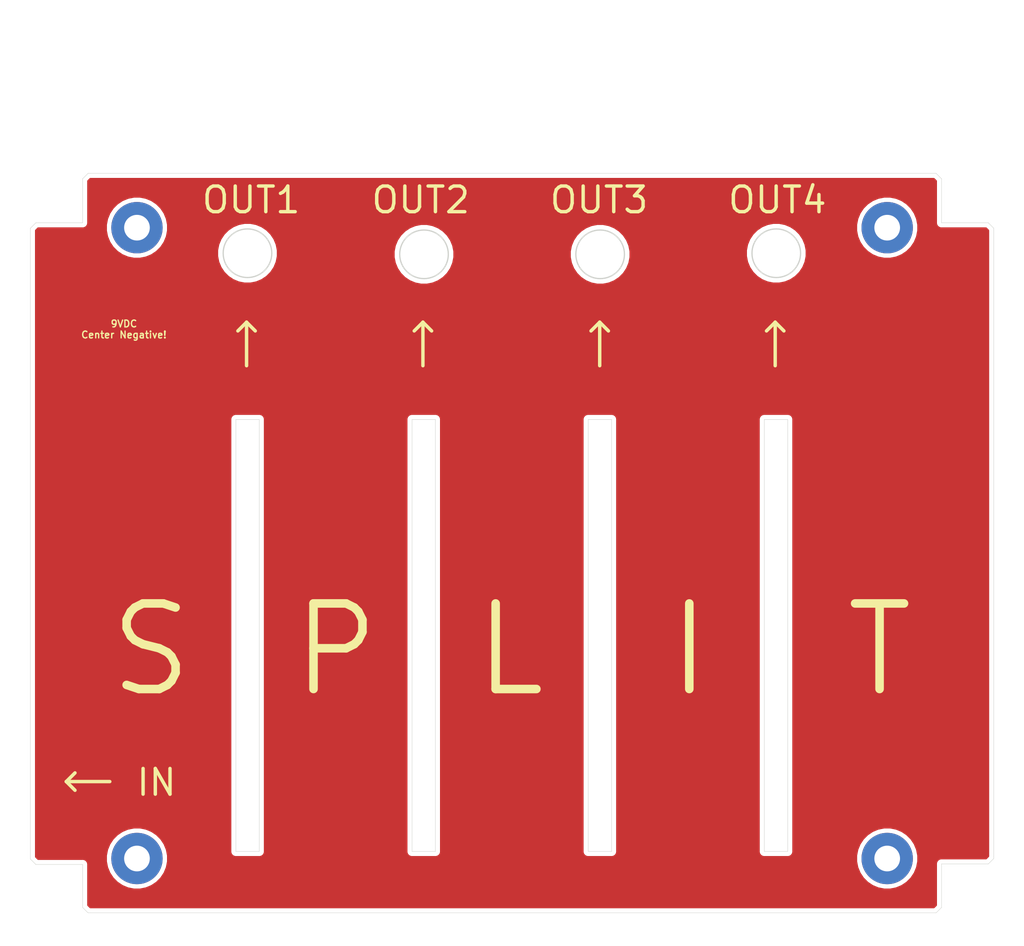
<source format=kicad_pcb>
(kicad_pcb (version 20171130) (host pcbnew 5.1.6-c6e7f7d~87~ubuntu18.04.1)

  (general
    (thickness 1.6)
    (drawings 67)
    (tracks 0)
    (zones 0)
    (modules 5)
    (nets 1)
  )

  (page A4)
  (title_block
    (comment 1 "F.Cu is ground plane!")
  )

  (layers
    (0 F.Cu signal)
    (31 B.Cu signal)
    (32 B.Adhes user)
    (33 F.Adhes user)
    (34 B.Paste user)
    (35 F.Paste user)
    (36 B.SilkS user)
    (37 F.SilkS user)
    (38 B.Mask user)
    (39 F.Mask user)
    (40 Dwgs.User user)
    (41 Cmts.User user)
    (42 Eco1.User user)
    (43 Eco2.User user)
    (44 Edge.Cuts user)
    (45 Margin user)
    (46 B.CrtYd user)
    (47 F.CrtYd user)
    (48 B.Fab user hide)
    (49 F.Fab user hide)
  )

  (setup
    (last_trace_width 0.127)
    (user_trace_width 0.4)
    (user_trace_width 0.5)
    (user_trace_width 1)
    (user_trace_width 2)
    (user_trace_width 5)
    (trace_clearance 0.127)
    (zone_clearance 0.508)
    (zone_45_only no)
    (trace_min 0.127)
    (via_size 0.45)
    (via_drill 0.2)
    (via_min_size 0.45)
    (via_min_drill 0.2)
    (user_via 0.8 0.4)
    (user_via 2 1)
    (user_via 3 1.5)
    (uvia_size 0.3)
    (uvia_drill 0.1)
    (uvias_allowed no)
    (uvia_min_size 0.2)
    (uvia_min_drill 0.1)
    (edge_width 0.05)
    (segment_width 0.2)
    (pcb_text_width 0.3)
    (pcb_text_size 1.5 1.5)
    (mod_edge_width 0.15)
    (mod_text_size 0.8 0.8)
    (mod_text_width 0.15)
    (pad_size 3 3)
    (pad_drill 2)
    (pad_to_mask_clearance 0.05)
    (aux_axis_origin 0 0)
    (visible_elements FFFFFF7F)
    (pcbplotparams
      (layerselection 0x010f0_ffffffff)
      (usegerberextensions false)
      (usegerberattributes true)
      (usegerberadvancedattributes true)
      (creategerberjobfile true)
      (excludeedgelayer false)
      (linewidth 0.100000)
      (plotframeref false)
      (viasonmask false)
      (mode 1)
      (useauxorigin false)
      (hpglpennumber 1)
      (hpglpenspeed 20)
      (hpglpendiameter 15.000000)
      (psnegative false)
      (psa4output false)
      (plotreference true)
      (plotvalue false)
      (plotinvisibletext false)
      (padsonsilk false)
      (subtractmaskfromsilk false)
      (outputformat 1)
      (mirror false)
      (drillshape 0)
      (scaleselection 1)
      (outputdirectory "gerbers/"))
  )

  (net 0 "")

  (net_class Default "This is the default net class."
    (clearance 0.127)
    (trace_width 0.127)
    (via_dia 0.45)
    (via_drill 0.2)
    (uvia_dia 0.3)
    (uvia_drill 0.1)
    (diff_pair_width 0.127)
    (diff_pair_gap 0.127)
  )

  (module MountingHole:MountingHole_3mm_Pad locked (layer F.Cu) (tedit 56D1B4CB) (tstamp 5F8365FD)
    (at 179.959 50.9905)
    (descr "Mounting Hole 3mm")
    (tags "mounting hole 3mm")
    (attr virtual)
    (fp_text reference REF** (at 0 -4) (layer F.SilkS) hide
      (effects (font (size 1 1) (thickness 0.15)))
    )
    (fp_text value MountingHole_3mm_Pad (at 0 4) (layer F.Fab)
      (effects (font (size 1 1) (thickness 0.15)))
    )
    (fp_circle (center 0 0) (end 3 0) (layer Cmts.User) (width 0.15))
    (fp_circle (center 0 0) (end 3.25 0) (layer F.CrtYd) (width 0.05))
    (fp_text user %R (at 0.3 0) (layer F.Fab)
      (effects (font (size 1 1) (thickness 0.15)))
    )
    (pad 1 thru_hole circle (at 0 0) (size 6 6) (drill 3) (layers *.Cu *.Mask))
  )

  (module MountingHole:MountingHole_3mm_Pad locked (layer F.Cu) (tedit 56D1B4CB) (tstamp 5F8365FD)
    (at 179.959 124.714)
    (descr "Mounting Hole 3mm")
    (tags "mounting hole 3mm")
    (attr virtual)
    (fp_text reference REF** (at 0 -4) (layer F.SilkS) hide
      (effects (font (size 1 1) (thickness 0.15)))
    )
    (fp_text value MountingHole_3mm_Pad (at 0 4) (layer F.Fab)
      (effects (font (size 1 1) (thickness 0.15)))
    )
    (fp_circle (center 0 0) (end 3 0) (layer Cmts.User) (width 0.15))
    (fp_circle (center 0 0) (end 3.25 0) (layer F.CrtYd) (width 0.05))
    (fp_text user %R (at 0.3 0) (layer F.Fab)
      (effects (font (size 1 1) (thickness 0.15)))
    )
    (pad 1 thru_hole circle (at 0 0) (size 6 6) (drill 3) (layers *.Cu *.Mask))
  )

  (module MountingHole:MountingHole_3mm_Pad locked (layer F.Cu) (tedit 56D1B4CB) (tstamp 5F8365FD)
    (at 92.329 124.714)
    (descr "Mounting Hole 3mm")
    (tags "mounting hole 3mm")
    (attr virtual)
    (fp_text reference REF** (at 0 -4) (layer F.SilkS) hide
      (effects (font (size 1 1) (thickness 0.15)))
    )
    (fp_text value MountingHole_3mm_Pad (at 0 4) (layer F.Fab)
      (effects (font (size 1 1) (thickness 0.15)))
    )
    (fp_circle (center 0 0) (end 3 0) (layer Cmts.User) (width 0.15))
    (fp_circle (center 0 0) (end 3.25 0) (layer F.CrtYd) (width 0.05))
    (fp_text user %R (at 0.3 0) (layer F.Fab)
      (effects (font (size 1 1) (thickness 0.15)))
    )
    (pad 1 thru_hole circle (at 0 0) (size 6 6) (drill 3) (layers *.Cu *.Mask))
  )

  (module MountingHole:MountingHole_3mm_Pad locked (layer F.Cu) (tedit 56D1B4CB) (tstamp 5F8364C4)
    (at 92.329 50.9905)
    (descr "Mounting Hole 3mm")
    (tags "mounting hole 3mm")
    (attr virtual)
    (fp_text reference REF** (at 0 -4) (layer F.SilkS) hide
      (effects (font (size 1 1) (thickness 0.15)))
    )
    (fp_text value MountingHole_3mm_Pad (at 0 4) (layer F.Fab)
      (effects (font (size 1 1) (thickness 0.15)))
    )
    (fp_circle (center 0 0) (end 3 0) (layer Cmts.User) (width 0.15))
    (fp_circle (center 0 0) (end 3.25 0) (layer F.CrtYd) (width 0.05))
    (fp_text user %R (at 0.3 0) (layer F.Fab)
      (effects (font (size 1 1) (thickness 0.15)))
    )
    (pad 1 thru_hole circle (at 0 0) (size 6 6) (drill 3) (layers *.Cu *.Mask))
  )

  (module Hammond1590:1590BB locked (layer F.Cu) (tedit 5F42D66B) (tstamp 5F5EE55E)
    (at 136.144 87.884 90)
    (descr "Inside Lid Width and Inside Box Height - https://www.hammfg.com/files/parts/pdf/1590BB.pdf")
    (fp_text reference REF** (at 0.0635 -66.929 90) (layer F.SilkS) hide
      (effects (font (size 1 1) (thickness 0.15)))
    )
    (fp_text value 1590BB (at 0 -65.2145 90) (layer F.Fab)
      (effects (font (size 1 1) (thickness 0.15)))
    )
    (fp_line (start 43.2435 -49.53) (end 42.6085 -50.165) (layer Dwgs.User) (width 0.12))
    (fp_line (start 36.83 -56.261) (end 37.465 -55.626) (layer Dwgs.User) (width 0.12))
    (fp_line (start -37.5285 -55.626) (end -36.8935 -56.261) (layer Dwgs.User) (width 0.12))
    (fp_line (start -42.545 -50.165) (end -43.18 -49.53) (layer Dwgs.User) (width 0.12))
    (fp_line (start -36.83 56.261) (end -37.465 55.626) (layer Dwgs.User) (width 0.12))
    (fp_line (start -42.545 50.165) (end -43.18 49.53) (layer Dwgs.User) (width 0.12))
    (fp_line (start 42.6085 50.165) (end 43.2435 49.53) (layer Dwgs.User) (width 0.12))
    (fp_line (start 36.83 56.261) (end 37.465 55.626) (layer Dwgs.User) (width 0.12))
    (fp_line (start -37.5285 -50.165) (end -42.545 -50.165) (layer Dwgs.User) (width 0.12))
    (fp_line (start -37.5285 -55.626) (end -37.5285 -50.165) (layer Dwgs.User) (width 0.12))
    (fp_line (start 37.465 -50.165) (end 37.465 -55.626) (layer Dwgs.User) (width 0.12))
    (fp_line (start 42.6085 -50.165) (end 37.465 -50.165) (layer Dwgs.User) (width 0.12))
    (fp_line (start 37.465 50.165) (end 42.6085 50.165) (layer Dwgs.User) (width 0.12))
    (fp_line (start 37.465 55.626) (end 37.465 50.165) (layer Dwgs.User) (width 0.12))
    (fp_line (start -37.465 50.165) (end -42.545 50.165) (layer Dwgs.User) (width 0.12))
    (fp_line (start -37.465 55.626) (end -37.465 50.165) (layer Dwgs.User) (width 0.12))
    (fp_line (start 43.2435 49.53) (end 43.2435 -49.53) (layer Dwgs.User) (width 0.12))
    (fp_line (start -36.8935 -56.261) (end 36.83 -56.261) (layer Dwgs.User) (width 0.12))
    (fp_line (start -36.83 56.261) (end 36.83 56.261) (layer Dwgs.User) (width 0.12))
    (fp_line (start -43.18 49.53) (end -43.18 -49.53) (layer Dwgs.User) (width 0.12))
    (fp_line (start -44.704 56.896) (end -44.704 -56.896) (layer Cmts.User) (width 0.12))
    (fp_line (start 44.7675 56.896) (end -44.704 56.896) (layer Cmts.User) (width 0.12))
    (fp_line (start 44.7675 -56.896) (end 44.7675 56.896) (layer Cmts.User) (width 0.12))
    (fp_line (start -44.704 -56.896) (end 44.7675 -56.896) (layer Cmts.User) (width 0.12))
    (fp_line (start -46.99 -59.7535) (end -46.99 59.7535) (layer Cmts.User) (width 0.12))
    (fp_line (start 47.0535 59.7535) (end -46.99 59.7535) (layer Cmts.User) (width 0.12))
    (fp_line (start -46.99 -59.7535) (end 47.0535 -59.7535) (layer Cmts.User) (width 0.12))
    (fp_line (start 47.0535 59.7535) (end 47.0535 -59.7535) (layer Cmts.User) (width 0.12))
  )

  (gr_line (start 105.1306 62.0395) (end 105.1306 67.1195) (layer F.SilkS) (width 0.4) (tstamp 5F836099))
  (gr_line (start 105.1306 62.0395) (end 104.1146 63.0555) (layer F.SilkS) (width 0.4) (tstamp 5F836098))
  (gr_line (start 105.1306 62.0395) (end 106.1466 63.0555) (layer F.SilkS) (width 0.4) (tstamp 5F836097))
  (gr_line (start 125.73 62.0395) (end 125.73 67.1195) (layer F.SilkS) (width 0.4) (tstamp 5F836099))
  (gr_line (start 125.73 62.0395) (end 124.714 63.0555) (layer F.SilkS) (width 0.4) (tstamp 5F836098))
  (gr_line (start 125.73 62.0395) (end 126.746 63.0555) (layer F.SilkS) (width 0.4) (tstamp 5F836097))
  (gr_line (start 146.3802 62.0395) (end 146.3802 67.1195) (layer F.SilkS) (width 0.4) (tstamp 5F836099))
  (gr_line (start 146.3802 62.0395) (end 145.3642 63.0555) (layer F.SilkS) (width 0.4) (tstamp 5F836098))
  (gr_line (start 146.3802 62.0395) (end 147.3962 63.0555) (layer F.SilkS) (width 0.4) (tstamp 5F836097))
  (gr_text IN (at 94.615 115.824) (layer F.SilkS) (tstamp 5F835F6D)
    (effects (font (size 3 3) (thickness 0.4)))
  )
  (gr_text OUT4 (at 167.132 47.752) (layer F.SilkS) (tstamp 5F8302BA)
    (effects (font (size 3 3) (thickness 0.4)))
  )
  (gr_text OUT3 (at 146.304 47.752) (layer F.SilkS) (tstamp 5F8302BA)
    (effects (font (size 3 3) (thickness 0.4)))
  )
  (gr_text OUT2 (at 125.476 47.752) (layer F.SilkS) (tstamp 5F8302BA)
    (effects (font (size 3 3) (thickness 0.4)))
  )
  (gr_text OUT1 (at 105.664 47.752) (layer F.SilkS)
    (effects (font (size 3 3) (thickness 0.4)))
  )
  (gr_text T (at 179.07 100.33) (layer F.SilkS) (tstamp 5F83008A)
    (effects (font (size 10 10) (thickness 1)))
  )
  (gr_text I (at 156.845 100.33) (layer F.SilkS) (tstamp 5F83008A)
    (effects (font (size 10 10) (thickness 1)))
  )
  (gr_text L (at 135.89 100.33) (layer F.SilkS) (tstamp 5F83008A)
    (effects (font (size 10 10) (thickness 1)))
  )
  (gr_text P (at 115.57 100.33) (layer F.SilkS) (tstamp 5F83008A)
    (effects (font (size 10 10) (thickness 1)))
  )
  (gr_text S (at 93.98 100.33) (layer F.SilkS)
    (effects (font (size 10 10) (thickness 1)))
  )
  (gr_line (start 168.3385 73.406) (end 168.3385 123.8885) (layer Edge.Cuts) (width 0.05) (tstamp 5F830006))
  (gr_line (start 168.3385 123.8885) (end 165.608 123.8885) (layer Edge.Cuts) (width 0.05) (tstamp 5F830005))
  (gr_line (start 165.608 73.406) (end 168.3385 73.406) (layer Edge.Cuts) (width 0.05) (tstamp 5F830004))
  (gr_line (start 165.608 123.8885) (end 165.608 73.406) (layer Edge.Cuts) (width 0.05) (tstamp 5F830003))
  (gr_line (start 147.7645 73.406) (end 147.7645 123.8885) (layer Edge.Cuts) (width 0.05) (tstamp 5F830006))
  (gr_line (start 147.7645 123.8885) (end 145.034 123.8885) (layer Edge.Cuts) (width 0.05) (tstamp 5F830005))
  (gr_line (start 145.034 73.406) (end 147.7645 73.406) (layer Edge.Cuts) (width 0.05) (tstamp 5F830004))
  (gr_line (start 145.034 123.8885) (end 145.034 73.406) (layer Edge.Cuts) (width 0.05) (tstamp 5F830003))
  (gr_line (start 127.1905 73.406) (end 127.1905 123.8885) (layer Edge.Cuts) (width 0.05) (tstamp 5F830006))
  (gr_line (start 127.1905 123.8885) (end 124.46 123.8885) (layer Edge.Cuts) (width 0.05) (tstamp 5F830005))
  (gr_line (start 124.46 73.406) (end 127.1905 73.406) (layer Edge.Cuts) (width 0.05) (tstamp 5F830004))
  (gr_line (start 124.46 123.8885) (end 124.46 73.406) (layer Edge.Cuts) (width 0.05) (tstamp 5F830003))
  (gr_line (start 103.886 123.8885) (end 103.886 73.406) (layer Edge.Cuts) (width 0.05) (tstamp 5F82FFFA))
  (gr_line (start 106.6165 123.8885) (end 103.886 123.8885) (layer Edge.Cuts) (width 0.05))
  (gr_line (start 106.6165 73.406) (end 106.6165 123.8885) (layer Edge.Cuts) (width 0.05))
  (gr_line (start 103.886 73.406) (end 106.6165 73.406) (layer Edge.Cuts) (width 0.05))
  (gr_circle (center 167.005 53.975) (end 169.844806 53.975) (layer Edge.Cuts) (width 0.15) (tstamp 5F6D28B2))
  (gr_circle (center 146.431 54.102) (end 149.270806 54.102) (layer Edge.Cuts) (width 0.15) (tstamp 5F6D28B2))
  (gr_circle (center 125.857 54.102) (end 128.696806 54.102) (layer Edge.Cuts) (width 0.15) (tstamp 5F6D28B2))
  (gr_circle (center 105.237194 53.975) (end 108.077 53.975) (layer Edge.Cuts) (width 0.15))
  (gr_text "9VDC\nCenter Negative!" (at 90.805 62.865) (layer F.SilkS)
    (effects (font (size 0.8 0.8) (thickness 0.15)))
  )
  (gr_line (start 84.074 115.7224) (end 85.09 116.7384) (layer F.SilkS) (width 0.4) (tstamp 5F5D073D))
  (gr_line (start 84.074 115.7224) (end 89.154 115.7224) (layer F.SilkS) (width 0.4) (tstamp 5F5D073C))
  (gr_line (start 84.074 115.7224) (end 85.09 114.7064) (layer F.SilkS) (width 0.4) (tstamp 5F5D073B))
  (gr_text "MIrror, Negative for F.Cu layer\nMIrror, Negative for B.Cu layer" (at 134.239 26.035) (layer Cmts.User) (tstamp 5F4E837F)
    (effects (font (size 1 1) (thickness 0.15)))
  )
  (gr_line (start 166.878 62.0395) (end 167.894 63.0555) (layer F.SilkS) (width 0.4) (tstamp 5F4E8622))
  (gr_line (start 166.878 62.0395) (end 165.862 63.0555) (layer F.SilkS) (width 0.4) (tstamp 5F4E8628))
  (gr_line (start 166.878 62.0395) (end 166.878 67.1195) (layer F.SilkS) (width 0.4) (tstamp 5F4E83B5))
  (gr_line (start 186.309 130.429) (end 185.674 131.064) (layer Edge.Cuts) (width 0.05) (tstamp 5F4E85E0))
  (gr_line (start 186.309 125.349) (end 186.309 130.429) (layer Edge.Cuts) (width 0.05) (tstamp 5F4E85DD))
  (gr_line (start 191.77 125.349) (end 186.309 125.349) (layer Edge.Cuts) (width 0.05) (tstamp 5F4E77C1))
  (gr_line (start 192.405 124.714) (end 191.77 125.349) (layer Edge.Cuts) (width 0.05) (tstamp 5F4E77BE))
  (gr_line (start 192.405 51.054) (end 192.405 124.714) (layer Edge.Cuts) (width 0.05) (tstamp 5F56FC0B))
  (gr_line (start 191.77 50.419) (end 192.405 51.054) (layer Edge.Cuts) (width 0.05) (tstamp 5F56FC08))
  (gr_line (start 186.309 50.419) (end 191.77 50.419) (layer Edge.Cuts) (width 0.05) (tstamp 5F56FC05))
  (gr_line (start 186.309 45.2755) (end 186.309 50.419) (layer Edge.Cuts) (width 0.05) (tstamp 5F56FC02))
  (gr_line (start 185.674 44.6405) (end 186.309 45.2755) (layer Edge.Cuts) (width 0.05) (tstamp 5F4E8442))
  (gr_line (start 86.614 44.6405) (end 185.674 44.6405) (layer Edge.Cuts) (width 0.05) (tstamp 5F4E843F))
  (gr_line (start 85.979 45.2755) (end 86.614 44.6405) (layer Edge.Cuts) (width 0.05) (tstamp 5F4E72FF))
  (gr_line (start 85.979 50.419) (end 85.979 45.2755) (layer Edge.Cuts) (width 0.05) (tstamp 5F4E72FC))
  (gr_line (start 80.518 50.419) (end 85.979 50.419) (layer Edge.Cuts) (width 0.05) (tstamp 5F4E83AC))
  (gr_line (start 79.883 51.054) (end 80.518 50.419) (layer Edge.Cuts) (width 0.05) (tstamp 5F4E83A9))
  (gr_line (start 79.883 124.7775) (end 79.883 51.054) (layer Edge.Cuts) (width 0.05) (tstamp 5F4E86DC))
  (gr_line (start 80.518 125.4125) (end 79.883 124.7775) (layer Edge.Cuts) (width 0.05) (tstamp 5F4E86D9))
  (gr_line (start 85.979 125.4125) (end 80.518 125.4125) (layer Edge.Cuts) (width 0.05) (tstamp 5F4E73B6))
  (gr_line (start 85.979 130.429) (end 85.979 125.4125) (layer Edge.Cuts) (width 0.05) (tstamp 5F4E73B3))
  (gr_line (start 86.614 131.064) (end 85.979 130.429) (layer Edge.Cuts) (width 0.05) (tstamp 5F4E7EBA))
  (gr_line (start 185.674 131.064) (end 86.614 131.064) (layer Edge.Cuts) (width 0.05) (tstamp 5F4E7EB7))

  (zone (net 0) (net_name "") (layer F.Cu) (tstamp 5F836845) (hatch edge 0.508)
    (connect_pads yes (clearance 0.508))
    (min_thickness 0.254)
    (fill yes (arc_segments 32) (thermal_gap 0.508) (thermal_bridge_width 0.508))
    (polygon
      (pts
        (xy 192.532 131.064) (xy 79.756 131.064) (xy 79.756 44.45) (xy 192.532 44.45)
      )
    )
    (filled_polygon
      (pts
        (xy 185.649 45.548881) (xy 185.649001 50.386571) (xy 185.645807 50.419) (xy 185.65855 50.548383) (xy 185.69629 50.672793)
        (xy 185.757575 50.78745) (xy 185.840052 50.887948) (xy 185.94055 50.970425) (xy 186.055207 51.03171) (xy 186.179617 51.06945)
        (xy 186.276581 51.079) (xy 186.309 51.082193) (xy 186.341419 51.079) (xy 191.49662 51.079) (xy 191.745 51.327381)
        (xy 191.745001 124.440618) (xy 191.49662 124.689) (xy 186.341419 124.689) (xy 186.309 124.685807) (xy 186.276581 124.689)
        (xy 186.179617 124.69855) (xy 186.055207 124.73629) (xy 185.94055 124.797575) (xy 185.840052 124.880052) (xy 185.757575 124.98055)
        (xy 185.69629 125.095207) (xy 185.65855 125.219617) (xy 185.645807 125.349) (xy 185.649 125.381419) (xy 185.649001 130.155618)
        (xy 185.40062 130.404) (xy 86.887381 130.404) (xy 86.639 130.15562) (xy 86.639 125.444919) (xy 86.642193 125.4125)
        (xy 86.62945 125.283117) (xy 86.59171 125.158707) (xy 86.530425 125.04405) (xy 86.447948 124.943552) (xy 86.34745 124.861075)
        (xy 86.232793 124.79979) (xy 86.108383 124.76205) (xy 86.011419 124.7525) (xy 85.979 124.749307) (xy 85.946581 124.7525)
        (xy 80.791381 124.7525) (xy 80.543 124.50412) (xy 80.543 124.355984) (xy 88.694 124.355984) (xy 88.694 125.072016)
        (xy 88.833691 125.77429) (xy 89.107705 126.435818) (xy 89.505511 127.031177) (xy 90.011823 127.537489) (xy 90.607182 127.935295)
        (xy 91.26871 128.209309) (xy 91.970984 128.349) (xy 92.687016 128.349) (xy 93.38929 128.209309) (xy 94.050818 127.935295)
        (xy 94.646177 127.537489) (xy 95.152489 127.031177) (xy 95.550295 126.435818) (xy 95.824309 125.77429) (xy 95.964 125.072016)
        (xy 95.964 124.355984) (xy 95.824309 123.65371) (xy 95.550295 122.992182) (xy 95.152489 122.396823) (xy 94.646177 121.890511)
        (xy 94.050818 121.492705) (xy 93.38929 121.218691) (xy 92.687016 121.079) (xy 91.970984 121.079) (xy 91.26871 121.218691)
        (xy 90.607182 121.492705) (xy 90.011823 121.890511) (xy 89.505511 122.396823) (xy 89.107705 122.992182) (xy 88.833691 123.65371)
        (xy 88.694 124.355984) (xy 80.543 124.355984) (xy 80.543 73.406) (xy 103.222807 73.406) (xy 103.226001 73.43843)
        (xy 103.226 123.856081) (xy 103.222807 123.8885) (xy 103.23555 124.017883) (xy 103.27329 124.142293) (xy 103.334575 124.25695)
        (xy 103.359964 124.287886) (xy 103.417052 124.357448) (xy 103.51755 124.439925) (xy 103.632207 124.50121) (xy 103.756617 124.53895)
        (xy 103.886 124.551693) (xy 103.918419 124.5485) (xy 106.584081 124.5485) (xy 106.6165 124.551693) (xy 106.648919 124.5485)
        (xy 106.745883 124.53895) (xy 106.870293 124.50121) (xy 106.98495 124.439925) (xy 107.085448 124.357448) (xy 107.167925 124.25695)
        (xy 107.22921 124.142293) (xy 107.26695 124.017883) (xy 107.279693 123.8885) (xy 107.2765 123.856081) (xy 107.2765 73.438419)
        (xy 107.279693 73.406) (xy 123.796807 73.406) (xy 123.800001 73.43843) (xy 123.8 123.856081) (xy 123.796807 123.8885)
        (xy 123.80955 124.017883) (xy 123.84729 124.142293) (xy 123.908575 124.25695) (xy 123.933964 124.287886) (xy 123.991052 124.357448)
        (xy 124.09155 124.439925) (xy 124.206207 124.50121) (xy 124.330617 124.53895) (xy 124.46 124.551693) (xy 124.492419 124.5485)
        (xy 127.158081 124.5485) (xy 127.1905 124.551693) (xy 127.222919 124.5485) (xy 127.319883 124.53895) (xy 127.444293 124.50121)
        (xy 127.55895 124.439925) (xy 127.659448 124.357448) (xy 127.741925 124.25695) (xy 127.80321 124.142293) (xy 127.84095 124.017883)
        (xy 127.853693 123.8885) (xy 127.8505 123.856081) (xy 127.8505 73.438419) (xy 127.853693 73.406) (xy 144.370807 73.406)
        (xy 144.374001 73.43843) (xy 144.374 123.856081) (xy 144.370807 123.8885) (xy 144.38355 124.017883) (xy 144.42129 124.142293)
        (xy 144.482575 124.25695) (xy 144.507964 124.287886) (xy 144.565052 124.357448) (xy 144.66555 124.439925) (xy 144.780207 124.50121)
        (xy 144.904617 124.53895) (xy 145.034 124.551693) (xy 145.066419 124.5485) (xy 147.732081 124.5485) (xy 147.7645 124.551693)
        (xy 147.796919 124.5485) (xy 147.893883 124.53895) (xy 148.018293 124.50121) (xy 148.13295 124.439925) (xy 148.233448 124.357448)
        (xy 148.315925 124.25695) (xy 148.37721 124.142293) (xy 148.41495 124.017883) (xy 148.427693 123.8885) (xy 148.4245 123.856081)
        (xy 148.4245 73.438419) (xy 148.427693 73.406) (xy 164.944807 73.406) (xy 164.948001 73.43843) (xy 164.948 123.856081)
        (xy 164.944807 123.8885) (xy 164.95755 124.017883) (xy 164.99529 124.142293) (xy 165.056575 124.25695) (xy 165.081964 124.287886)
        (xy 165.139052 124.357448) (xy 165.23955 124.439925) (xy 165.354207 124.50121) (xy 165.478617 124.53895) (xy 165.608 124.551693)
        (xy 165.640419 124.5485) (xy 168.306081 124.5485) (xy 168.3385 124.551693) (xy 168.370919 124.5485) (xy 168.467883 124.53895)
        (xy 168.592293 124.50121) (xy 168.70695 124.439925) (xy 168.807448 124.357448) (xy 168.808649 124.355984) (xy 176.324 124.355984)
        (xy 176.324 125.072016) (xy 176.463691 125.77429) (xy 176.737705 126.435818) (xy 177.135511 127.031177) (xy 177.641823 127.537489)
        (xy 178.237182 127.935295) (xy 178.89871 128.209309) (xy 179.600984 128.349) (xy 180.317016 128.349) (xy 181.01929 128.209309)
        (xy 181.680818 127.935295) (xy 182.276177 127.537489) (xy 182.782489 127.031177) (xy 183.180295 126.435818) (xy 183.454309 125.77429)
        (xy 183.594 125.072016) (xy 183.594 124.355984) (xy 183.454309 123.65371) (xy 183.180295 122.992182) (xy 182.782489 122.396823)
        (xy 182.276177 121.890511) (xy 181.680818 121.492705) (xy 181.01929 121.218691) (xy 180.317016 121.079) (xy 179.600984 121.079)
        (xy 178.89871 121.218691) (xy 178.237182 121.492705) (xy 177.641823 121.890511) (xy 177.135511 122.396823) (xy 176.737705 122.992182)
        (xy 176.463691 123.65371) (xy 176.324 124.355984) (xy 168.808649 124.355984) (xy 168.889925 124.25695) (xy 168.95121 124.142293)
        (xy 168.98895 124.017883) (xy 169.001693 123.8885) (xy 168.9985 123.856081) (xy 168.9985 73.438419) (xy 169.001693 73.406)
        (xy 168.98895 73.276617) (xy 168.95121 73.152207) (xy 168.889925 73.03755) (xy 168.807448 72.937052) (xy 168.70695 72.854575)
        (xy 168.592293 72.79329) (xy 168.467883 72.75555) (xy 168.370919 72.746) (xy 168.3385 72.742807) (xy 168.306081 72.746)
        (xy 165.640419 72.746) (xy 165.608 72.742807) (xy 165.575581 72.746) (xy 165.478617 72.75555) (xy 165.354207 72.79329)
        (xy 165.23955 72.854575) (xy 165.139052 72.937052) (xy 165.056575 73.03755) (xy 164.99529 73.152207) (xy 164.95755 73.276617)
        (xy 164.944807 73.406) (xy 148.427693 73.406) (xy 148.41495 73.276617) (xy 148.37721 73.152207) (xy 148.315925 73.03755)
        (xy 148.233448 72.937052) (xy 148.13295 72.854575) (xy 148.018293 72.79329) (xy 147.893883 72.75555) (xy 147.796919 72.746)
        (xy 147.7645 72.742807) (xy 147.732081 72.746) (xy 145.066419 72.746) (xy 145.034 72.742807) (xy 145.001581 72.746)
        (xy 144.904617 72.75555) (xy 144.780207 72.79329) (xy 144.66555 72.854575) (xy 144.565052 72.937052) (xy 144.482575 73.03755)
        (xy 144.42129 73.152207) (xy 144.38355 73.276617) (xy 144.370807 73.406) (xy 127.853693 73.406) (xy 127.84095 73.276617)
        (xy 127.80321 73.152207) (xy 127.741925 73.03755) (xy 127.659448 72.937052) (xy 127.55895 72.854575) (xy 127.444293 72.79329)
        (xy 127.319883 72.75555) (xy 127.222919 72.746) (xy 127.1905 72.742807) (xy 127.158081 72.746) (xy 124.492419 72.746)
        (xy 124.46 72.742807) (xy 124.427581 72.746) (xy 124.330617 72.75555) (xy 124.206207 72.79329) (xy 124.09155 72.854575)
        (xy 123.991052 72.937052) (xy 123.908575 73.03755) (xy 123.84729 73.152207) (xy 123.80955 73.276617) (xy 123.796807 73.406)
        (xy 107.279693 73.406) (xy 107.26695 73.276617) (xy 107.22921 73.152207) (xy 107.167925 73.03755) (xy 107.085448 72.937052)
        (xy 106.98495 72.854575) (xy 106.870293 72.79329) (xy 106.745883 72.75555) (xy 106.648919 72.746) (xy 106.6165 72.742807)
        (xy 106.584081 72.746) (xy 103.918419 72.746) (xy 103.886 72.742807) (xy 103.853581 72.746) (xy 103.756617 72.75555)
        (xy 103.632207 72.79329) (xy 103.51755 72.854575) (xy 103.417052 72.937052) (xy 103.334575 73.03755) (xy 103.27329 73.152207)
        (xy 103.23555 73.276617) (xy 103.222807 73.406) (xy 80.543 73.406) (xy 80.543 51.32738) (xy 80.791381 51.079)
        (xy 85.946581 51.079) (xy 85.979 51.082193) (xy 86.011419 51.079) (xy 86.108383 51.06945) (xy 86.232793 51.03171)
        (xy 86.34745 50.970425) (xy 86.447948 50.887948) (xy 86.530425 50.78745) (xy 86.59171 50.672793) (xy 86.603937 50.632484)
        (xy 88.694 50.632484) (xy 88.694 51.348516) (xy 88.833691 52.05079) (xy 89.107705 52.712318) (xy 89.505511 53.307677)
        (xy 90.011823 53.813989) (xy 90.607182 54.211795) (xy 91.26871 54.485809) (xy 91.970984 54.6255) (xy 92.687016 54.6255)
        (xy 93.38929 54.485809) (xy 94.050818 54.211795) (xy 94.646177 53.813989) (xy 94.835068 53.625098) (xy 101.684578 53.625098)
        (xy 101.684578 54.324902) (xy 101.821103 55.01126) (xy 102.088906 55.657795) (xy 102.477697 56.239661) (xy 102.972533 56.734497)
        (xy 103.554399 57.123288) (xy 104.200934 57.391091) (xy 104.887292 57.527616) (xy 105.587096 57.527616) (xy 106.273454 57.391091)
        (xy 106.919989 57.123288) (xy 107.501855 56.734497) (xy 107.996691 56.239661) (xy 108.385482 55.657795) (xy 108.653285 55.01126)
        (xy 108.78981 54.324902) (xy 108.78981 53.752098) (xy 122.304384 53.752098) (xy 122.304384 54.451902) (xy 122.440909 55.13826)
        (xy 122.708712 55.784795) (xy 123.097503 56.366661) (xy 123.592339 56.861497) (xy 124.174205 57.250288) (xy 124.82074 57.518091)
        (xy 125.507098 57.654616) (xy 126.206902 57.654616) (xy 126.89326 57.518091) (xy 127.539795 57.250288) (xy 128.121661 56.861497)
        (xy 128.616497 56.366661) (xy 129.005288 55.784795) (xy 129.273091 55.13826) (xy 129.409616 54.451902) (xy 129.409616 53.752098)
        (xy 142.878384 53.752098) (xy 142.878384 54.451902) (xy 143.014909 55.13826) (xy 143.282712 55.784795) (xy 143.671503 56.366661)
        (xy 144.166339 56.861497) (xy 144.748205 57.250288) (xy 145.39474 57.518091) (xy 146.081098 57.654616) (xy 146.780902 57.654616)
        (xy 147.46726 57.518091) (xy 148.113795 57.250288) (xy 148.695661 56.861497) (xy 149.190497 56.366661) (xy 149.579288 55.784795)
        (xy 149.847091 55.13826) (xy 149.983616 54.451902) (xy 149.983616 53.752098) (xy 149.958355 53.625098) (xy 163.452384 53.625098)
        (xy 163.452384 54.324902) (xy 163.588909 55.01126) (xy 163.856712 55.657795) (xy 164.245503 56.239661) (xy 164.740339 56.734497)
        (xy 165.322205 57.123288) (xy 165.96874 57.391091) (xy 166.655098 57.527616) (xy 167.354902 57.527616) (xy 168.04126 57.391091)
        (xy 168.687795 57.123288) (xy 169.269661 56.734497) (xy 169.764497 56.239661) (xy 170.153288 55.657795) (xy 170.421091 55.01126)
        (xy 170.557616 54.324902) (xy 170.557616 53.625098) (xy 170.421091 52.93874) (xy 170.153288 52.292205) (xy 169.764497 51.710339)
        (xy 169.269661 51.215503) (xy 168.687795 50.826712) (xy 168.218887 50.632484) (xy 176.324 50.632484) (xy 176.324 51.348516)
        (xy 176.463691 52.05079) (xy 176.737705 52.712318) (xy 177.135511 53.307677) (xy 177.641823 53.813989) (xy 178.237182 54.211795)
        (xy 178.89871 54.485809) (xy 179.600984 54.6255) (xy 180.317016 54.6255) (xy 181.01929 54.485809) (xy 181.680818 54.211795)
        (xy 182.276177 53.813989) (xy 182.782489 53.307677) (xy 183.180295 52.712318) (xy 183.454309 52.05079) (xy 183.594 51.348516)
        (xy 183.594 50.632484) (xy 183.454309 49.93021) (xy 183.180295 49.268682) (xy 182.782489 48.673323) (xy 182.276177 48.167011)
        (xy 181.680818 47.769205) (xy 181.01929 47.495191) (xy 180.317016 47.3555) (xy 179.600984 47.3555) (xy 178.89871 47.495191)
        (xy 178.237182 47.769205) (xy 177.641823 48.167011) (xy 177.135511 48.673323) (xy 176.737705 49.268682) (xy 176.463691 49.93021)
        (xy 176.324 50.632484) (xy 168.218887 50.632484) (xy 168.04126 50.558909) (xy 167.354902 50.422384) (xy 166.655098 50.422384)
        (xy 165.96874 50.558909) (xy 165.322205 50.826712) (xy 164.740339 51.215503) (xy 164.245503 51.710339) (xy 163.856712 52.292205)
        (xy 163.588909 52.93874) (xy 163.452384 53.625098) (xy 149.958355 53.625098) (xy 149.847091 53.06574) (xy 149.579288 52.419205)
        (xy 149.190497 51.837339) (xy 148.695661 51.342503) (xy 148.113795 50.953712) (xy 147.46726 50.685909) (xy 146.780902 50.549384)
        (xy 146.081098 50.549384) (xy 145.39474 50.685909) (xy 144.748205 50.953712) (xy 144.166339 51.342503) (xy 143.671503 51.837339)
        (xy 143.282712 52.419205) (xy 143.014909 53.06574) (xy 142.878384 53.752098) (xy 129.409616 53.752098) (xy 129.273091 53.06574)
        (xy 129.005288 52.419205) (xy 128.616497 51.837339) (xy 128.121661 51.342503) (xy 127.539795 50.953712) (xy 126.89326 50.685909)
        (xy 126.206902 50.549384) (xy 125.507098 50.549384) (xy 124.82074 50.685909) (xy 124.174205 50.953712) (xy 123.592339 51.342503)
        (xy 123.097503 51.837339) (xy 122.708712 52.419205) (xy 122.440909 53.06574) (xy 122.304384 53.752098) (xy 108.78981 53.752098)
        (xy 108.78981 53.625098) (xy 108.653285 52.93874) (xy 108.385482 52.292205) (xy 107.996691 51.710339) (xy 107.501855 51.215503)
        (xy 106.919989 50.826712) (xy 106.273454 50.558909) (xy 105.587096 50.422384) (xy 104.887292 50.422384) (xy 104.200934 50.558909)
        (xy 103.554399 50.826712) (xy 102.972533 51.215503) (xy 102.477697 51.710339) (xy 102.088906 52.292205) (xy 101.821103 52.93874)
        (xy 101.684578 53.625098) (xy 94.835068 53.625098) (xy 95.152489 53.307677) (xy 95.550295 52.712318) (xy 95.824309 52.05079)
        (xy 95.964 51.348516) (xy 95.964 50.632484) (xy 95.824309 49.93021) (xy 95.550295 49.268682) (xy 95.152489 48.673323)
        (xy 94.646177 48.167011) (xy 94.050818 47.769205) (xy 93.38929 47.495191) (xy 92.687016 47.3555) (xy 91.970984 47.3555)
        (xy 91.26871 47.495191) (xy 90.607182 47.769205) (xy 90.011823 48.167011) (xy 89.505511 48.673323) (xy 89.107705 49.268682)
        (xy 88.833691 49.93021) (xy 88.694 50.632484) (xy 86.603937 50.632484) (xy 86.62945 50.548383) (xy 86.642193 50.419)
        (xy 86.639 50.386581) (xy 86.639 45.54888) (xy 86.887381 45.3005) (xy 185.40062 45.3005)
      )
    )
  )
)

</source>
